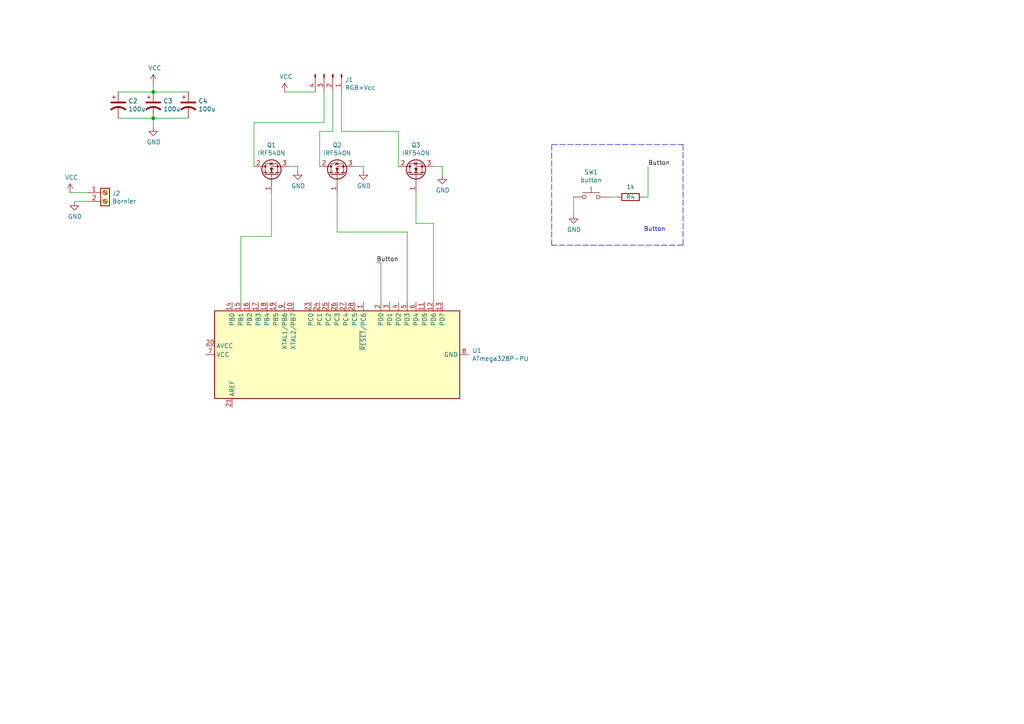
<source format=kicad_sch>
(kicad_sch (version 20211123) (generator eeschema)
  (paper "A4")
  (lib_symbols
    (symbol "Connector:Conn_01x04_Male" (pin_names (offset 1.016) hide)
      (property "Reference" "J" (at 0 5.08 0))
      (property "Value" "Conn_01x04_Male" (at 0 -7.62 0))
      (symbol "Conn_01x04_Male_1_1"
        (polyline (pts (xy 1.27 -5.08) (xy 0.8636 -5.08)) (stroke (width 0.1524)))
        (polyline (pts (xy 1.27 -2.54) (xy 0.8636 -2.54)) (stroke (width 0.1524)))
        (polyline (pts (xy 1.27 0) (xy 0.8636 0)) (stroke (width 0.1524)))
        (polyline (pts (xy 1.27 2.54) (xy 0.8636 2.54)) (stroke (width 0.1524)))
        (rectangle (start 0.8636 -4.953) (end 0 -5.207) (stroke (width 0.1524)) (fill (type outline)))
        (rectangle (start 0.8636 -2.413) (end 0 -2.667) (stroke (width 0.1524)) (fill (type outline)))
        (rectangle (start 0.8636 0.127) (end 0 -0.127) (stroke (width 0.1524)) (fill (type outline)))
        (rectangle (start 0.8636 2.667) (end 0 2.413) (stroke (width 0.1524)) (fill (type outline)))
        (pin passive line (at 5.08 2.54 180) (length 3.81) (name "Pin_1") (number "1"))
        (pin passive line (at 5.08 0 180) (length 3.81) (name "Pin_2") (number "2"))
        (pin passive line (at 5.08 -2.54 180) (length 3.81) (name "Pin_3") (number "3"))
        (pin passive line (at 5.08 -5.08 180) (length 3.81) (name "Pin_4") (number "4"))
      )
    )
    (symbol "Connector:Screw_Terminal_01x02" (pin_names (offset 1.016) hide)
      (property "Reference" "J" (at 0 2.54 0))
      (property "Value" "Screw_Terminal_01x02" (at 0 -5.08 0))
      (symbol "Screw_Terminal_01x02_1_1"
        (rectangle (start -1.27 1.27) (end 1.27 -3.81) (stroke (width 0.254)) (fill (type background)))
        (circle (center 0 -2.54) (radius 0.635) (stroke (width 0.1524)))
        (polyline (pts (xy -0.5334 -2.2098) (xy 0.3302 -3.048)) (stroke (width 0.1524)))
        (polyline (pts (xy -0.5334 0.3302) (xy 0.3302 -0.508)) (stroke (width 0.1524)))
        (polyline (pts (xy -0.3556 -2.032) (xy 0.508 -2.8702)) (stroke (width 0.1524)))
        (polyline (pts (xy -0.3556 0.508) (xy 0.508 -0.3302)) (stroke (width 0.1524)))
        (circle (center 0 0) (radius 0.635) (stroke (width 0.1524)))
        (pin passive line (at -5.08 0 0) (length 3.81) (name "Pin_1") (number "1"))
        (pin passive line (at -5.08 -2.54 0) (length 3.81) (name "Pin_2") (number "2"))
      )
    )
    (symbol "Device:R" (pin_numbers hide) (pin_names (offset 0))
      (property "Reference" "R" (at 2.032 0 90))
      (property "Value" "R" (at 0 0 90))
      (symbol "R_0_1"
        (rectangle (start -1.016 -2.54) (end 1.016 2.54) (stroke (width 0.254)))
      )
      (symbol "R_1_1"
        (pin passive line (at 0 3.81 270) (length 1.27) (name "~") (number "1"))
        (pin passive line (at 0 -3.81 90) (length 1.27) (name "~") (number "2"))
      )
    )
    (symbol "LedLamp-rescue:ATmega328P-PU-MCU_Microchip_ATmega"
      (property "Reference" "U" (at -12.7 36.83 0))
      (property "Value" "ATmega328P-PU-MCU_Microchip_ATmega" (at 2.54 -36.83 0))
      (symbol "ATmega328P-PU-MCU_Microchip_ATmega_0_1"
        (rectangle (start -12.7 -35.56) (end 12.7 35.56) (stroke (width 0.254)) (fill (type background)))
      )
      (symbol "ATmega328P-PU-MCU_Microchip_ATmega_1_1"
        (pin bidirectional line (at 15.24 -7.62 180) (length 2.54) (name "~{RESET}/PC6") (number "1"))
        (pin bidirectional line (at 15.24 12.7 180) (length 2.54) (name "XTAL2/PB7") (number "10"))
        (pin bidirectional line (at 15.24 -25.4 180) (length 2.54) (name "PD5") (number "11"))
        (pin bidirectional line (at 15.24 -27.94 180) (length 2.54) (name "PD6") (number "12"))
        (pin bidirectional line (at 15.24 -30.48 180) (length 2.54) (name "PD7") (number "13"))
        (pin bidirectional line (at 15.24 30.48 180) (length 2.54) (name "PB0") (number "14"))
        (pin bidirectional line (at 15.24 27.94 180) (length 2.54) (name "PB1") (number "15"))
        (pin bidirectional line (at 15.24 25.4 180) (length 2.54) (name "PB2") (number "16"))
        (pin bidirectional line (at 15.24 22.86 180) (length 2.54) (name "PB3") (number "17"))
        (pin bidirectional line (at 15.24 20.32 180) (length 2.54) (name "PB4") (number "18"))
        (pin bidirectional line (at 15.24 17.78 180) (length 2.54) (name "PB5") (number "19"))
        (pin bidirectional line (at 15.24 -12.7 180) (length 2.54) (name "PD0") (number "2"))
        (pin power_in line (at 2.54 38.1 270) (length 2.54) (name "AVCC") (number "20"))
        (pin input line (at -15.24 30.48 0) (length 2.54) (name "AREF") (number "21"))
        (pin passive line (at 0 -38.1 90) (length 2.54) hide (name "GND") (number "22"))
        (pin bidirectional line (at 15.24 7.62 180) (length 2.54) (name "PC0") (number "23"))
        (pin bidirectional line (at 15.24 5.08 180) (length 2.54) (name "PC1") (number "24"))
        (pin bidirectional line (at 15.24 2.54 180) (length 2.54) (name "PC2") (number "25"))
        (pin bidirectional line (at 15.24 0 180) (length 2.54) (name "PC3") (number "26"))
        (pin bidirectional line (at 15.24 -2.54 180) (length 2.54) (name "PC4") (number "27"))
        (pin bidirectional line (at 15.24 -5.08 180) (length 2.54) (name "PC5") (number "28"))
        (pin bidirectional line (at 15.24 -15.24 180) (length 2.54) (name "PD1") (number "3"))
        (pin bidirectional line (at 15.24 -17.78 180) (length 2.54) (name "PD2") (number "4"))
        (pin bidirectional line (at 15.24 -20.32 180) (length 2.54) (name "PD3") (number "5"))
        (pin bidirectional line (at 15.24 -22.86 180) (length 2.54) (name "PD4") (number "6"))
        (pin power_in line (at 0 38.1 270) (length 2.54) (name "VCC") (number "7"))
        (pin power_in line (at 0 -38.1 90) (length 2.54) (name "GND") (number "8"))
        (pin bidirectional line (at 15.24 15.24 180) (length 2.54) (name "XTAL1/PB6") (number "9"))
      )
    )
    (symbol "LedLamp-rescue:CP1-Device" (pin_numbers hide) (pin_names (offset 0.254) hide)
      (property "Reference" "C" (at 0.635 2.54 0))
      (property "Value" "CP1-Device" (at 0.635 -2.54 0))
      (symbol "CP1-Device_0_1"
        (polyline (pts (xy -2.032 0.762) (xy 2.032 0.762)) (stroke (width 0.508)))
        (polyline (pts (xy -1.778 2.286) (xy -0.762 2.286)))
        (polyline (pts (xy -1.27 1.778) (xy -1.27 2.794)))
        (arc (start 2.032 -1.27) (mid 0 -0.5572) (end -2.032 -1.27) (stroke (width 0.508)))
      )
      (symbol "CP1-Device_1_1"
        (pin passive line (at 0 3.81 270) (length 2.794) (name "~") (number "1"))
        (pin passive line (at 0 -3.81 90) (length 3.302) (name "~") (number "2"))
      )
    )
    (symbol "Switch:SW_Push" (pin_numbers hide) (pin_names (offset 1.016) hide)
      (property "Reference" "SW" (at 1.27 2.54 0))
      (property "Value" "SW_Push" (at 0 -1.524 0))
      (symbol "SW_Push_0_1"
        (circle (center -2.032 0) (radius 0.508))
        (polyline (pts (xy 0 1.27) (xy 0 3.048)))
        (polyline (pts (xy 2.54 1.27) (xy -2.54 1.27)))
        (circle (center 2.032 0) (radius 0.508))
        (pin passive line (at -5.08 0 0) (length 2.54) (name "1") (number "1"))
        (pin passive line (at 5.08 0 180) (length 2.54) (name "2") (number "2"))
      )
    )
    (symbol "Transistor_FET:IRF540N" (pin_names hide)
      (property "Reference" "Q" (at 6.35 1.905 0))
      (property "Value" "IRF540N" (at 6.35 0 0))
      (symbol "IRF540N_0_1"
        (polyline (pts (xy 0.254 0) (xy -2.54 0)))
        (polyline (pts (xy 0.254 1.905) (xy 0.254 -1.905)) (stroke (width 0.254)))
        (polyline (pts (xy 0.762 -1.27) (xy 0.762 -2.286)) (stroke (width 0.254)))
        (polyline (pts (xy 0.762 0.508) (xy 0.762 -0.508)) (stroke (width 0.254)))
        (polyline (pts (xy 0.762 2.286) (xy 0.762 1.27)) (stroke (width 0.254)))
        (polyline (pts (xy 2.54 2.54) (xy 2.54 1.778)))
        (polyline (pts (xy 2.54 -2.54) (xy 2.54 0) (xy 0.762 0)))
        (polyline (pts (xy 0.762 -1.778) (xy 3.302 -1.778) (xy 3.302 1.778) (xy 0.762 1.778)))
        (polyline (pts (xy 1.016 0) (xy 2.032 0.381) (xy 2.032 -0.381) (xy 1.016 0)) (fill (type outline)))
        (polyline (pts (xy 2.794 0.508) (xy 2.921 0.381) (xy 3.683 0.381) (xy 3.81 0.254)))
        (polyline (pts (xy 3.302 0.381) (xy 2.921 -0.254) (xy 3.683 -0.254) (xy 3.302 0.381)))
        (circle (center 1.651 0) (radius 2.794) (stroke (width 0.254)))
        (circle (center 2.54 -1.778) (radius 0.254) (fill (type outline)))
        (circle (center 2.54 1.778) (radius 0.254) (fill (type outline)))
      )
      (symbol "IRF540N_1_1"
        (pin input line (at -5.08 0 0) (length 2.54) (name "G") (number "1"))
        (pin passive line (at 2.54 5.08 270) (length 2.54) (name "D") (number "2"))
        (pin passive line (at 2.54 -5.08 90) (length 2.54) (name "S") (number "3"))
      )
    )
    (symbol "power:GND" (power) (pin_names (offset 0))
      (property "Value" "GND" (at 0 -3.81 0))
      (symbol "GND_0_1"
        (polyline (pts (xy 0 0) (xy 0 -1.27) (xy 1.27 -1.27) (xy 0 -2.54) (xy -1.27 -1.27) (xy 0 -1.27)))
      )
      (symbol "GND_1_1"
        (pin power_in line (at 0 0 270) (length 0) hide (name "GND") (number "1"))
      )
    )
    (symbol "power:VCC" (power) (pin_names (offset 0))
      (property "Value" "VCC" (at 0 3.81 0))
      (symbol "VCC_0_1"
        (polyline (pts (xy -0.762 1.27) (xy 0 2.54)))
        (polyline (pts (xy 0 0) (xy 0 2.54)))
        (polyline (pts (xy 0 2.54) (xy 0.762 1.27)))
      )
      (symbol "VCC_1_1"
        (pin power_in line (at 0 0 90) (length 0) hide (name "VCC") (number "1"))
      )
    )
  )
  (junction (at 44.45 34.29))
  (junction (at 44.45 26.67))
  (wire (pts (xy 187.96 57.15) (xy 187.96 48.26)))
  (wire (pts (xy 86.36 48.26) (xy 86.36 49.53)))
  (wire (pts (xy 105.41 48.26) (xy 105.41 49.53)))
  (wire (pts (xy 102.87 48.26) (xy 105.41 48.26)))
  (wire (pts (xy 82.55 26.67) (xy 91.44 26.67)))
  (wire (pts (xy 128.27 48.26) (xy 128.27 50.8)))
  (wire (pts (xy 186.69 57.15) (xy 187.96 57.15)))
  (wire (pts (xy 83.82 48.26) (xy 86.36 48.26)))
  (polyline (pts (xy 198.12 41.91) (xy 198.12 71.12)))
  (wire (pts (xy 118.11 67.31) (xy 118.11 87.63)))
  (wire (pts (xy 34.29 34.29) (xy 44.45 34.29)))
  (wire (pts (xy 44.45 26.67) (xy 54.61 26.67)))
  (wire (pts (xy 97.79 55.88) (xy 97.79 67.31)))
  (wire (pts (xy 99.06 38.1) (xy 99.06 26.67)))
  (wire (pts (xy 20.32 55.88) (xy 25.4 55.88)))
  (polyline (pts (xy 160.02 41.91) (xy 198.12 41.91)))
  (wire (pts (xy 78.74 55.88) (xy 78.74 68.58)))
  (wire (pts (xy 125.73 48.26) (xy 128.27 48.26)))
  (wire (pts (xy 110.49 87.63) (xy 110.49 76.2)))
  (wire (pts (xy 34.29 26.67) (xy 44.45 26.67)))
  (wire (pts (xy 21.59 58.42) (xy 25.4 58.42)))
  (polyline (pts (xy 198.12 71.12) (xy 160.02 71.12)))
  (wire (pts (xy 92.71 38.1) (xy 96.52 38.1)))
  (wire (pts (xy 44.45 34.29) (xy 44.45 36.83)))
  (wire (pts (xy 120.65 64.77) (xy 125.73 64.77)))
  (wire (pts (xy 166.37 57.15) (xy 166.37 62.23)))
  (wire (pts (xy 92.71 48.26) (xy 92.71 38.1)))
  (wire (pts (xy 73.66 35.56) (xy 93.98 35.56)))
  (wire (pts (xy 69.85 87.63) (xy 69.85 68.58)))
  (wire (pts (xy 44.45 26.67) (xy 44.45 24.13)))
  (wire (pts (xy 110.49 76.2) (xy 109.22 76.2)))
  (wire (pts (xy 115.57 38.1) (xy 99.06 38.1)))
  (wire (pts (xy 120.65 55.88) (xy 120.65 64.77)))
  (wire (pts (xy 179.07 57.15) (xy 176.53 57.15)))
  (wire (pts (xy 69.85 68.58) (xy 78.74 68.58)))
  (wire (pts (xy 96.52 38.1) (xy 96.52 26.67)))
  (wire (pts (xy 118.11 67.31) (xy 97.79 67.31)))
  (wire (pts (xy 125.73 64.77) (xy 125.73 87.63)))
  (polyline (pts (xy 160.02 71.12) (xy 160.02 41.91)))
  (wire (pts (xy 93.98 35.56) (xy 93.98 26.67)))
  (wire (pts (xy 115.57 48.26) (xy 115.57 38.1)))
  (wire (pts (xy 73.66 48.26) (xy 73.66 35.56)))
  (wire (pts (xy 44.45 34.29) (xy 54.61 34.29)))
  (text "Button" (at 186.69 67.31 0) (effects (font (size 1.27 1.27)) (justify left bottom)))
  (label "Button" (at 109.22 76.2 0))
  (label "Button" (at 187.96 48.26 0))
  (symbol (lib_id "Transistor_FET:IRF540N") (at 97.79 50.8 90) (unit 1)
    (property "Reference" "Q2" (at 97.79 42.0878 90))
    (property "Value" "IRF540N" (at 97.79 44.3992 90))
    (property "Footprint" "Package_TO_SOT_THT:TO-220-3_Vertical" (effects hide))
    (property "Datasheet" "http://www.irf.com/product-info/datasheets/data/irf540n.pdf" (effects hide))
  )
  (symbol (lib_id "Transistor_FET:IRF540N") (at 120.65 50.8 90) (unit 1)
    (property "Reference" "Q3" (at 120.65 42.0878 90))
    (property "Value" "IRF540N" (at 120.65 44.3992 90))
    (property "Footprint" "Package_TO_SOT_THT:TO-220-3_Vertical" (effects hide))
    (property "Datasheet" "http://www.irf.com/product-info/datasheets/data/irf540n.pdf" (effects hide))
  )
  (symbol (lib_id "Transistor_FET:IRF540N") (at 78.74 50.8 90) (unit 1)
    (property "Reference" "Q1" (at 78.74 42.0878 90))
    (property "Value" "IRF540N" (at 78.74 44.3992 90))
    (property "Footprint" "Package_TO_SOT_THT:TO-220-3_Vertical" (effects hide))
    (property "Datasheet" "http://www.irf.com/product-info/datasheets/data/irf540n.pdf" (effects hide))
  )
  (symbol (lib_id "LedLamp-rescue:ATmega328P-PU-MCU_Microchip_ATmega") (at 97.79 102.87 90) (unit 1)
    (property "Reference" "U1" (at 136.9314 101.7016 90) (effects (justify right)))
    (property "Value" "ATmega328P-PU" (at 136.9314 104.013 90) (effects (justify right)))
    (property "Footprint" "Package_DIP:DIP-28_W7.62mm" (effects hide))
    (property "Datasheet" "http://ww1.microchip.com/downloads/en/DeviceDoc/ATmega328_P%20AVR%20MCU%20with%20picoPower%20Technology%20Data%20Sheet%2040001984A.pdf" (effects hide))
  )
  (symbol (lib_id "Connector:Conn_01x04_Male") (at 96.52 21.59 270) (unit 1)
    (property "Reference" "J1" (at 100.076 23.114 90) (effects (justify left)))
    (property "Value" "RGB+Vcc" (at 100.076 25.4254 90) (effects (justify left)))
    (property "Footprint" "Connector:FanPinHeader_1x04_P2.54mm_Vertical" (effects hide))
  )
  (symbol (lib_id "Switch:SW_Push") (at 171.45 57.15 0) (unit 1)
    (property "Reference" "SW1" (at 171.45 49.911 0))
    (property "Value" "button" (at 171.45 52.2224 0))
    (property "Footprint" "Button_Switch_THT:SW_PUSH_6mm_H5mm" (effects hide))
  )
  (symbol (lib_id "power:GND") (at 86.36 49.53 0) (unit 1)
    (property "Reference" "#PWR0101" (effects hide))
    (property "Value" "GND" (at 86.487 53.9242 0))
  )
  (symbol (lib_id "power:GND") (at 105.41 49.53 0) (unit 1)
    (property "Reference" "#PWR0102" (effects hide))
    (property "Value" "GND" (at 105.537 53.9242 0))
  )
  (symbol (lib_id "power:GND") (at 128.27 50.8 0) (unit 1)
    (property "Reference" "#PWR0103" (effects hide))
    (property "Value" "GND" (at 128.397 55.1942 0))
  )
  (symbol (lib_id "power:VCC") (at 82.55 26.67 0) (unit 1)
    (property "Reference" "#PWR0106" (effects hide))
    (property "Value" "VCC" (at 82.9818 22.2758 0))
  )
  (symbol (lib_id "LedLamp-rescue:CP1-Device") (at 54.61 30.48 0) (unit 1)
    (property "Reference" "C4" (at 57.531 29.3116 0) (effects (justify left)))
    (property "Value" "100u" (at 57.531 31.623 0) (effects (justify left)))
    (property "Footprint" "Capacitor_THT:CP_Radial_D8.0mm_P5.00mm" (effects hide))
  )
  (symbol (lib_id "LedLamp-rescue:CP1-Device") (at 44.45 30.48 0) (unit 1)
    (property "Reference" "C3" (at 47.371 29.3116 0) (effects (justify left)))
    (property "Value" "100u" (at 47.371 31.623 0) (effects (justify left)))
    (property "Footprint" "Capacitor_THT:CP_Radial_D8.0mm_P5.00mm" (effects hide))
  )
  (symbol (lib_id "LedLamp-rescue:CP1-Device") (at 34.29 30.48 0) (unit 1)
    (property "Reference" "C2" (at 37.211 29.3116 0) (effects (justify left)))
    (property "Value" "100u" (at 37.211 31.623 0) (effects (justify left)))
    (property "Footprint" "Capacitor_THT:CP_Radial_D8.0mm_P5.00mm" (effects hide))
  )
  (symbol (lib_id "power:VCC") (at 44.45 24.13 0) (unit 1)
    (property "Reference" "#PWR0107" (effects hide))
    (property "Value" "VCC" (at 44.8818 19.7358 0))
  )
  (symbol (lib_id "power:GND") (at 44.45 36.83 0) (unit 1)
    (property "Reference" "#PWR0108" (effects hide))
    (property "Value" "GND" (at 44.577 41.2242 0))
  )
  (symbol (lib_id "Connector:Screw_Terminal_01x02") (at 30.48 55.88 0) (unit 1)
    (property "Reference" "J2" (at 32.512 56.0832 0) (effects (justify left)))
    (property "Value" "Bornier" (at 32.512 58.3946 0) (effects (justify left)))
    (property "Footprint" "Connector_PinSocket_2.54mm:PinSocket_1x03_P2.54mm_Vertical" (effects hide))
  )
  (symbol (lib_id "power:GND") (at 21.59 58.42 0) (unit 1)
    (property "Reference" "#PWR0112" (effects hide))
    (property "Value" "GND" (at 21.717 62.8142 0))
  )
  (symbol (lib_id "power:VCC") (at 20.32 55.88 0) (unit 1)
    (property "Reference" "#PWR0113" (effects hide))
    (property "Value" "VCC" (at 20.7518 51.4858 0))
  )
  (symbol (lib_id "Device:R") (at 182.88 57.15 270) (unit 1)
    (property "Reference" "R4" (at 182.88 57.15 90))
    (property "Value" "1k" (at 182.88 54.2036 90))
  )
  (symbol (lib_id "power:GND") (at 166.37 62.23 0) (unit 1)
    (property "Reference" "#PWR01" (effects hide))
    (property "Value" "GND" (at 166.497 66.6242 0))
  )
)
</source>
